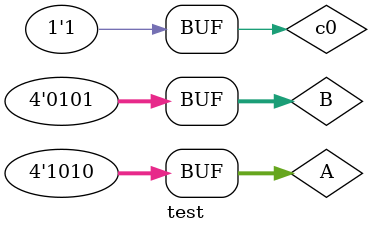
<source format=v>
module test;

reg [0:3] A,B;
reg c0;
wire [0:3] SUM;
wire Carry;

claadder O1(SUM,Carry,A,B,c0);
initial begin
$monitor ($time, "	A = %b , B = %b , Sum = %b , carry = %b",A,B,SUM,Carry);
end

initial begin
A = 4'd0; B = 4'd0; c0 = 1'b0;
#10	A = 4'd3; B = 4'd4;
#10	A = 4'd2; B = 4'd5;
#10	A = 4'd9; B = 4'd9;
#10	A = 4'd10; B = 4'd15;
#10	A = 4'd10; B = 4'd5; c0 = 1'b1;
end 
endmodule




</source>
